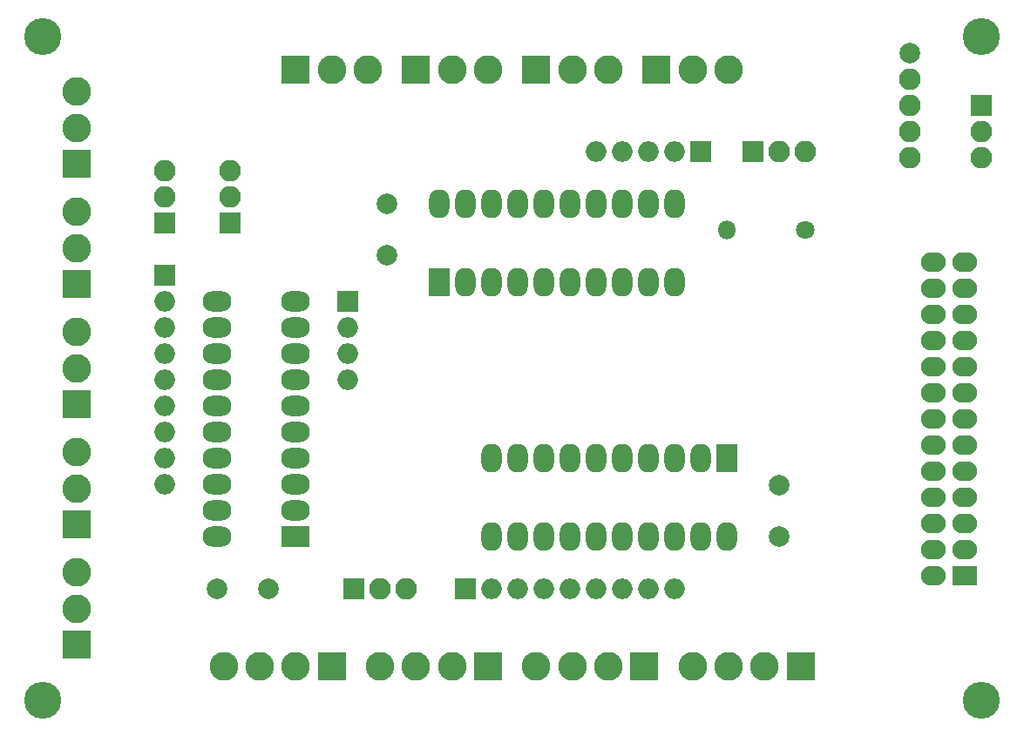
<source format=gbs>
G04 #@! TF.FileFunction,Soldermask,Bot*
%FSLAX45Y45*%
G04 Gerber Fmt 4.5, Leading zero omitted, Abs format (unit mm)*
G04 Created by KiCad (PCBNEW 4.0.7-e2-6376~58~ubuntu16.04.1) date Wed Sep 20 11:28:03 2017*
%MOMM*%
%LPD*%
G01*
G04 APERTURE LIST*
%ADD10C,0.100000*%
%ADD11O,2.400000X1.900000*%
%ADD12R,2.400000X1.900000*%
%ADD13R,2.100000X2.100000*%
%ADD14O,2.100000X2.100000*%
%ADD15R,2.000000X2.000000*%
%ADD16O,2.000000X2.000000*%
%ADD17C,3.600000*%
%ADD18C,2.000000*%
%ADD19R,2.000000X2.800000*%
%ADD20O,2.000000X2.800000*%
%ADD21R,2.800000X2.000000*%
%ADD22O,2.800000X2.000000*%
%ADD23C,1.800000*%
%ADD24O,1.800000X1.800000*%
%ADD25C,2.800000*%
%ADD26R,2.800000X2.800000*%
G04 APERTURE END LIST*
D10*
D11*
X11570100Y-7658100D03*
X11874100Y-7658100D03*
X11570100Y-7912100D03*
X11874100Y-7912100D03*
X11570100Y-8166100D03*
D12*
X11874100Y-8166100D03*
D11*
X11874100Y-7404100D03*
X11570100Y-7404100D03*
X11570100Y-7150100D03*
X11874100Y-7150100D03*
X11874100Y-6896100D03*
X11570100Y-6896100D03*
X11570100Y-6642100D03*
X11874100Y-6642100D03*
X11874100Y-6388100D03*
X11570100Y-6388100D03*
X11570100Y-6134100D03*
X11874100Y-6134100D03*
X11874100Y-5880100D03*
X11570100Y-5880100D03*
X11570100Y-5626100D03*
X11874100Y-5626100D03*
X11874100Y-5372100D03*
X11570100Y-5372100D03*
X11570100Y-5118100D03*
X11874100Y-5118100D03*
D13*
X4737100Y-4737100D03*
D14*
X4737100Y-4483100D03*
X4737100Y-4229100D03*
D13*
X5943600Y-8293100D03*
D14*
X6197600Y-8293100D03*
X6451600Y-8293100D03*
D13*
X4102100Y-4737100D03*
D14*
X4102100Y-4483100D03*
X4102100Y-4229100D03*
D15*
X4102100Y-5245100D03*
D16*
X4102100Y-5499100D03*
X4102100Y-5753100D03*
X4102100Y-6007100D03*
X4102100Y-6261100D03*
X4102100Y-6515100D03*
X4102100Y-6769100D03*
X4102100Y-7023100D03*
X4102100Y-7277100D03*
D17*
X2921000Y-2921000D03*
X2921000Y-9372600D03*
X12039600Y-9372600D03*
D18*
X10071100Y-7285100D03*
X10071100Y-7785100D03*
X5110100Y-8293100D03*
X4610100Y-8293100D03*
X6261100Y-4546600D03*
X6261100Y-5046600D03*
D14*
X11341100Y-4102100D03*
X11341100Y-3848100D03*
X11341100Y-3594100D03*
X11341100Y-3340100D03*
D18*
X11341100Y-3086100D03*
D14*
X12039600Y-4102100D03*
X12039600Y-3848100D03*
D13*
X12039600Y-3594100D03*
D17*
X12039600Y-2921000D03*
D15*
X5880100Y-5499100D03*
D16*
X5880100Y-5753100D03*
X5880100Y-6007100D03*
X5880100Y-6261100D03*
D15*
X7023100Y-8293100D03*
D16*
X7277100Y-8293100D03*
X7531100Y-8293100D03*
X7785100Y-8293100D03*
X8039100Y-8293100D03*
X8293100Y-8293100D03*
X8547100Y-8293100D03*
X8801100Y-8293100D03*
X9055100Y-8293100D03*
D15*
X9309100Y-4038600D03*
D16*
X9055100Y-4038600D03*
X8801100Y-4038600D03*
X8547100Y-4038600D03*
X8293100Y-4038600D03*
D13*
X9817100Y-4038600D03*
D14*
X10071100Y-4038600D03*
X10325100Y-4038600D03*
D19*
X6769100Y-5308600D03*
D20*
X9055100Y-4546600D03*
X7023100Y-5308600D03*
X8801100Y-4546600D03*
X7277100Y-5308600D03*
X8547100Y-4546600D03*
X7531100Y-5308600D03*
X8293100Y-4546600D03*
X7785100Y-5308600D03*
X8039100Y-4546600D03*
X8039100Y-5308600D03*
X7785100Y-4546600D03*
X8293100Y-5308600D03*
X7531100Y-4546600D03*
X8547100Y-5308600D03*
X7277100Y-4546600D03*
X8801100Y-5308600D03*
X7023100Y-4546600D03*
X9055100Y-5308600D03*
X6769100Y-4546600D03*
D21*
X5372100Y-7785100D03*
D22*
X4610100Y-5499100D03*
X5372100Y-7531100D03*
X4610100Y-5753100D03*
X5372100Y-7277100D03*
X4610100Y-6007100D03*
X5372100Y-7023100D03*
X4610100Y-6261100D03*
X5372100Y-6769100D03*
X4610100Y-6515100D03*
X5372100Y-6515100D03*
X4610100Y-6769100D03*
X5372100Y-6261100D03*
X4610100Y-7023100D03*
X5372100Y-6007100D03*
X4610100Y-7277100D03*
X5372100Y-5753100D03*
X4610100Y-7531100D03*
X5372100Y-5499100D03*
X4610100Y-7785100D03*
D19*
X9563100Y-7023100D03*
D20*
X7277100Y-7785100D03*
X9309100Y-7023100D03*
X7531100Y-7785100D03*
X9055100Y-7023100D03*
X7785100Y-7785100D03*
X8801100Y-7023100D03*
X8039100Y-7785100D03*
X8547100Y-7023100D03*
X8293100Y-7785100D03*
X8293100Y-7023100D03*
X8547100Y-7785100D03*
X8039100Y-7023100D03*
X8801100Y-7785100D03*
X7785100Y-7023100D03*
X9055100Y-7785100D03*
X7531100Y-7023100D03*
X9309100Y-7785100D03*
X7277100Y-7023100D03*
X9563100Y-7785100D03*
D23*
X10325100Y-4800600D03*
D24*
X9563100Y-4800600D03*
D25*
X3245000Y-8483600D03*
D26*
X3245000Y-8833600D03*
D25*
X3245000Y-8133600D03*
X3245000Y-7315200D03*
D26*
X3245000Y-7665200D03*
D25*
X3245000Y-6965200D03*
X3245000Y-6146800D03*
D26*
X3245000Y-6496800D03*
D25*
X3245000Y-5796800D03*
X3245000Y-4978400D03*
D26*
X3245000Y-5328400D03*
D25*
X3245000Y-4628400D03*
X3245000Y-3810000D03*
D26*
X3245000Y-4160000D03*
D25*
X3245000Y-3460000D03*
X5377754Y-9048600D03*
D26*
X5727754Y-9048600D03*
D25*
X5027754Y-9048600D03*
X4677754Y-9048600D03*
X6896100Y-9048600D03*
D26*
X7246100Y-9048600D03*
D25*
X6546100Y-9048600D03*
X6196100Y-9048600D03*
X8414500Y-9048600D03*
D26*
X8764500Y-9048600D03*
D25*
X8064500Y-9048600D03*
X7714500Y-9048600D03*
X9932900Y-9048600D03*
D26*
X10282900Y-9048600D03*
D25*
X9582900Y-9048600D03*
X9232900Y-9048600D03*
X5727700Y-3245000D03*
D26*
X5377700Y-3245000D03*
D25*
X6077700Y-3245000D03*
X6896100Y-3245000D03*
D26*
X6546100Y-3245000D03*
D25*
X7246100Y-3245000D03*
X8064500Y-3245000D03*
D26*
X7714500Y-3245000D03*
D25*
X8414500Y-3245000D03*
X9232900Y-3245000D03*
D26*
X8882900Y-3245000D03*
D25*
X9582900Y-3245000D03*
M02*

</source>
